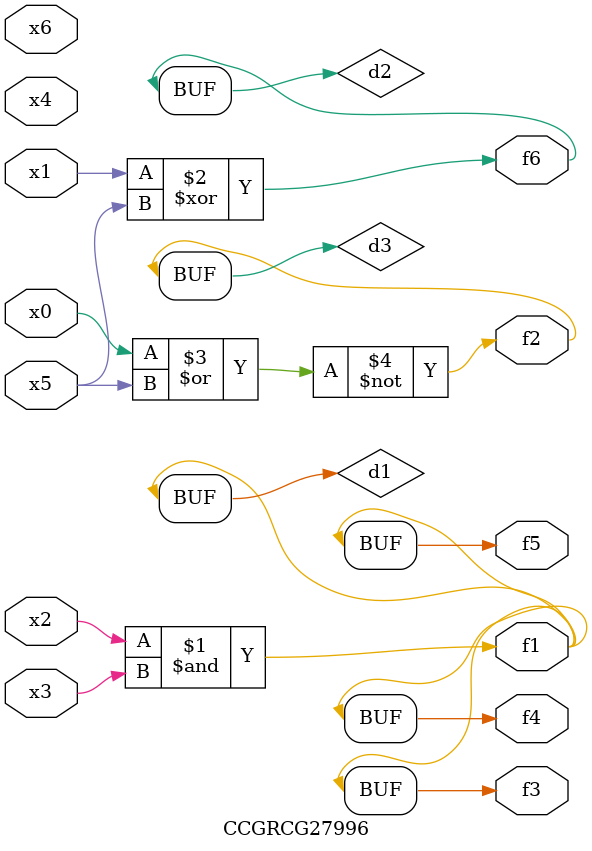
<source format=v>
module CCGRCG27996(
	input x0, x1, x2, x3, x4, x5, x6,
	output f1, f2, f3, f4, f5, f6
);

	wire d1, d2, d3;

	and (d1, x2, x3);
	xor (d2, x1, x5);
	nor (d3, x0, x5);
	assign f1 = d1;
	assign f2 = d3;
	assign f3 = d1;
	assign f4 = d1;
	assign f5 = d1;
	assign f6 = d2;
endmodule

</source>
